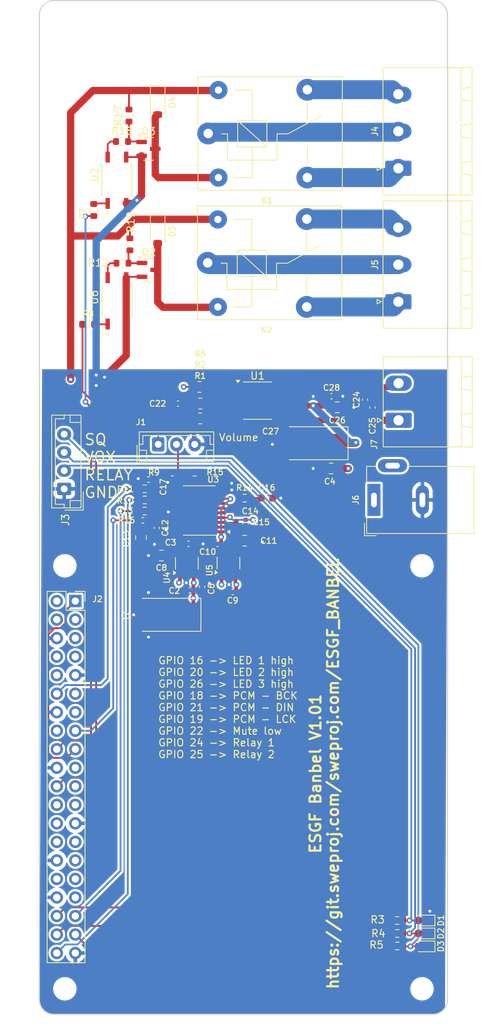
<source format=kicad_pcb>
(kicad_pcb
	(version 20240108)
	(generator "pcbnew")
	(generator_version "8.0")
	(general
		(thickness 1.6)
		(legacy_teardrops no)
	)
	(paper "A4")
	(title_block
		(title "ESGF_BANBEL")
		(date "2024-11-16")
		(rev "1.01")
		(company "SweProj.com")
	)
	(layers
		(0 "F.Cu" signal)
		(1 "In1.Cu" signal)
		(2 "In2.Cu" signal)
		(31 "B.Cu" signal)
		(32 "B.Adhes" user "B.Adhesive")
		(33 "F.Adhes" user "F.Adhesive")
		(34 "B.Paste" user)
		(35 "F.Paste" user)
		(36 "B.SilkS" user "B.Silkscreen")
		(37 "F.SilkS" user "F.Silkscreen")
		(38 "B.Mask" user)
		(39 "F.Mask" user)
		(40 "Dwgs.User" user "User.Drawings")
		(41 "Cmts.User" user "User.Comments")
		(42 "Eco1.User" user "User.Eco1")
		(43 "Eco2.User" user "User.Eco2")
		(44 "Edge.Cuts" user)
		(45 "Margin" user)
		(46 "B.CrtYd" user "B.Courtyard")
		(47 "F.CrtYd" user "F.Courtyard")
		(48 "B.Fab" user)
		(49 "F.Fab" user)
	)
	(setup
		(stackup
			(layer "F.SilkS"
				(type "Top Silk Screen")
			)
			(layer "F.Paste"
				(type "Top Solder Paste")
			)
			(layer "F.Mask"
				(type "Top Solder Mask")
				(thickness 0.01)
			)
			(layer "F.Cu"
				(type "copper")
				(thickness 0.035)
			)
			(layer "dielectric 1"
				(type "prepreg")
				(thickness 0.1)
				(material "FR4")
				(epsilon_r 4.5)
				(loss_tangent 0.02)
			)
			(layer "In1.Cu"
				(type "copper")
				(thickness 0.035)
			)
			(layer "dielectric 2"
				(type "core")
				(thickness 1.24)
				(material "FR4")
				(epsilon_r 4.5)
				(loss_tangent 0.02)
			)
			(layer "In2.Cu"
				(type "copper")
				(thickness 0.035)
			)
			(layer "dielectric 3"
				(type "prepreg")
				(thickness 0.1)
				(material "FR4")
				(epsilon_r 4.5)
				(loss_tangent 0.02)
			)
			(layer "B.Cu"
				(type "copper")
				(thickness 0.035)
			)
			(layer "B.Mask"
				(type "Bottom Solder Mask")
				(thickness 0.01)
			)
			(layer "B.Paste"
				(type "Bottom Solder Paste")
			)
			(layer "B.SilkS"
				(type "Bottom Silk Screen")
			)
			(copper_finish "None")
			(dielectric_constraints no)
		)
		(pad_to_mask_clearance 0.051)
		(solder_mask_min_width 0.25)
		(allow_soldermask_bridges_in_footprints no)
		(pcbplotparams
			(layerselection 0x00010fc_ffffffff)
			(plot_on_all_layers_selection 0x0000000_00000000)
			(disableapertmacros no)
			(usegerberextensions no)
			(usegerberattributes no)
			(usegerberadvancedattributes no)
			(creategerberjobfile no)
			(dashed_line_dash_ratio 12.000000)
			(dashed_line_gap_ratio 3.000000)
			(svgprecision 4)
			(plotframeref no)
			(viasonmask no)
			(mode 1)
			(useauxorigin no)
			(hpglpennumber 1)
			(hpglpenspeed 20)
			(hpglpendiameter 15.000000)
			(pdf_front_fp_property_popups yes)
			(pdf_back_fp_property_popups yes)
			(dxfpolygonmode yes)
			(dxfimperialunits yes)
			(dxfusepcbnewfont yes)
			(psnegative no)
			(psa4output no)
			(plotreference yes)
			(plotvalue yes)
			(plotfptext yes)
			(plotinvisibletext no)
			(sketchpadsonfab no)
			(subtractmaskfromsilk no)
			(outputformat 1)
			(mirror no)
			(drillshape 0)
			(scaleselection 1)
			(outputdirectory "RPII2S-gerber")
		)
	)
	(net 0 "")
	(net 1 "GND")
	(net 2 "GPIO25")
	(net 3 "GPIO8")
	(net 4 "Net-(D1-A)")
	(net 5 "GPIO18")
	(net 6 "GPIO21")
	(net 7 "GPIO19")
	(net 8 "Net-(D2-A)")
	(net 9 "GPIO22")
	(net 10 "Net-(D3-A)")
	(net 11 "+3.3VA")
	(net 12 "GPIO16")
	(net 13 "GPIO26")
	(net 14 "GPIO20")
	(net 15 "+3V3")
	(net 16 "+5V")
	(net 17 "unconnected-(J2-Pin_3-Pad3)")
	(net 18 "unconnected-(J2-Pin_8-Pad8)")
	(net 19 "unconnected-(J2-Pin_29-Pad29)")
	(net 20 "GPIO6")
	(net 21 "GPIO13")
	(net 22 "GPIO17")
	(net 23 "GPIO27")
	(net 24 "GPIO23")
	(net 25 "GPIO24")
	(net 26 "GPIO10")
	(net 27 "GPIO09")
	(net 28 "GPIO11")
	(net 29 "GPIO7")
	(net 30 "unconnected-(J2-Pin_27-Pad27)")
	(net 31 "unconnected-(J2-Pin_5-Pad5)")
	(net 32 "unconnected-(J2-Pin_7-Pad7)")
	(net 33 "unconnected-(J2-Pin_10-Pad10)")
	(net 34 "unconnected-(J2-Pin_28-Pad28)")
	(net 35 "unconnected-(J2-Pin_32-Pad32)")
	(net 36 "Net-(U3-LDOO)")
	(net 37 "Net-(U3-CPGND)")
	(net 38 "Net-(U3-VNEG)")
	(net 39 "Net-(U3-CAPM)")
	(net 40 "Net-(U3-CAPP)")
	(net 41 "Net-(C16-Pad1)")
	(net 42 "Net-(U3-DIN)")
	(net 43 "Net-(U3-BCK)")
	(net 44 "Net-(U3-SCK)")
	(net 45 "Net-(U3-LRCK)")
	(net 46 "Net-(U3-OUTR)")
	(net 47 "Net-(U3-OUTL)")
	(net 48 "unconnected-(U4-NC-Pad4)")
	(net 49 "unconnected-(U5-NC-Pad4)")
	(net 50 "Net-(U3-XSMT)")
	(net 51 "Net-(J1-Pin_2)")
	(net 52 "Net-(C22-Pad2)")
	(net 53 "Net-(J1-Pin_1)")
	(net 54 "Net-(U1-IN-)")
	(net 55 "Net-(U1-IN+)")
	(net 56 "Net-(U1-~{SD})")
	(net 57 "unconnected-(U1-NC-Pad2)")
	(net 58 "Net-(D4-A)")
	(net 59 "Net-(D5-A)")
	(net 60 "Net-(R7-Pad2)")
	(net 61 "Net-(R8-Pad2)")
	(net 62 "Net-(J4-Pin_3)")
	(net 63 "Net-(J4-Pin_1)")
	(net 64 "Net-(J4-Pin_2)")
	(net 65 "Net-(J5-Pin_3)")
	(net 66 "Net-(J5-Pin_2)")
	(net 67 "Net-(J5-Pin_1)")
	(net 68 "Net-(J7-Pin_2)")
	(net 69 "Net-(J7-Pin_1)")
	(net 70 "+3V3P")
	(net 71 "unconnected-(J6-Pad3)")
	(net 72 "Net-(R12-Pad1)")
	(net 73 "Net-(R18-Pad1)")
	(net 74 "Net-(Q2-B)")
	(net 75 "Net-(Q3-B)")
	(footprint "Capacitor_SMD:C_0805_2012Metric" (layer "F.Cu") (at 103.2995 83.058 180))
	(footprint "MountingHole:MountingHole_2.7mm_M2.5" (layer "F.Cu") (at 66.768 96.4042))
	(footprint "MountingHole:MountingHole_2.7mm_M2.5" (layer "F.Cu") (at 115.768 154.4042))
	(footprint "MountingHole:MountingHole_2.7mm_M2.5" (layer "F.Cu") (at 115.768 96.4042))
	(footprint "Connector_PinSocket_2.54mm:PinSocket_2x20_P2.54mm_Vertical" (layer "F.Cu") (at 68.203 101.2392))
	(footprint "MountingHole:MountingHole_2.7mm_M2.5" (layer "F.Cu") (at 66.768 154.4042))
	(footprint "Capacitor_SMD:C_0402_1005Metric" (layer "F.Cu") (at 85.598 99.291 90))
	(footprint "LED_SMD:LED_0603_1608Metric" (layer "F.Cu") (at 116.0525 146.812 180))
	(footprint "Resistor_SMD:R_0603_1608Metric" (layer "F.Cu") (at 112.3696 145.034 180))
	(footprint "Resistor_SMD:R_0603_1608Metric" (layer "F.Cu") (at 112.3696 146.812 180))
	(footprint "Resistor_SMD:R_0603_1608Metric" (layer "F.Cu") (at 112.3696 148.5392 180))
	(footprint "Capacitor_Tantalum_SMD:CP_EIA-7343-40_Kemet-Y" (layer "F.Cu") (at 81.026 103.124 180))
	(footprint "LED_SMD:LED_0603_1608Metric" (layer "F.Cu") (at 116.0525 145.034 180))
	(footprint "LED_SMD:LED_0603_1608Metric" (layer "F.Cu") (at 116.0525 148.59 180))
	(footprint "Diode_SMD:D_SOD-123" (layer "F.Cu") (at 79.502 32.894 -90))
	(footprint "Resistor_SMD:R_0603_1608Metric" (layer "F.Cu") (at 69.9638 63.2968))
	(footprint "Resistor_SMD:R_0603_1608Metric" (layer "F.Cu") (at 77.724 88.9))
	(footprint "Capacitor_SMD:C_0402_1005Metric" (layer "F.Cu") (at 87.729 93.3958 180))
	(footprint "Resistor_SMD:R_0603_1608Metric" (layer "F.Cu") (at 84.582 83.566 180))
	(footprint "Capacitor_SMD:C_0402_1005Metric" (layer "F.Cu") (at 83.721 93.3958))
	(footprint "Resistor_SMD:R_0603_1608Metric" (layer "F.Cu") (at 75.565 34.671 90))
	(footprint "Resistor_SMD:R_0805_2012Metric" (layer "F.Cu") (at 85.344 74.168))
	(footprint "Package_TO_SOT_SMD:SOT-23-5" (layer "F.Cu") (at 89.215 96.012 90))
	(footprint "Connector_JST:JST_EH_B4B-EH-A_1x04_P2.50mm_Vertical" (layer "F.Cu") (at 66.675 85.859 90))
	(footprint "Connector_JST:JST_EH_B3B-EH-A_1x03_P2.50mm_Vertical" (layer "F.Cu") (at 79.582 79.756))
	(footprint "Resistor_SMD:R_0603_1608Metric" (layer "F.Cu") (at 91.44 87.122))
	(footprint "Capacitor_SMD:C_0603_1608Metric" (layer "F.Cu") (at 94.488 87.122))
	(footprint "Package_SO:TSSOP-20_4.4x6.5mm_P0.65mm" (layer "F.Cu") (at 85.217 88.8238 180))
	(footprint "Capacitor_SMD:C_0402_1005Metric" (layer "F.Cu") (at 107.95 73.632 90))
	(footprint "Capacitor_SMD:C_0402_1005Metric" (layer "F.Cu") (at 83.919 99.7458 180))
	(footprint "Capacitor_Tantalum_SMD:CP_EIA-7343-40_Kemet-Y" (layer "F.Cu") (at 101.217 79.602 180))
	(footprint "Resistor_SMD:R_0805_2012Metric" (layer "F.Cu") (at 85.2405 71.882))
	(footprint "Package_TO_SOT_SMD:SOT-23-5" (layer "F.Cu") (at 83.505 96.0683 90))
	(footprint "Resistor_SMD:R_0402_1005Metric" (layer "F.Cu") (at 77.47 90.17 180))
	(footprint "Resistor_SMD:R_0603_1608Metric" (layer "F.Cu") (at 77.722 87.376))
	(footprint "MountingHole:MountingHole_2.7mm_M2.5" (layer "F.Cu") (at 115.768 22.4042))
	(footprint "Package_SO:SOP-8_3.9x4.9mm_P1.27mm" (layer "F.Cu") (at 93.218 73.7616))
	(footprint "ESGF:OPTO_EL357N-G" (layer "F.Cu") (at 73.914 60.0784 90))
	(footprint "Connector_Phoenix_MSTB:PhoenixContact_MSTBA_2,5_3-G-5,08_1x03_P5.08mm_Horizontal"
		(layer "F.Cu")
		(uuid "73094ac1-d1b7-4559-84e7-c4888f759e37")
		(at 112.522 60.198 90)
		(descr "Generic Phoenix Contact connector footprint for: MSTBA_2,5/3-G-5,08; number of pins: 03; pin pitch: 5.08mm; Angled || order number: 1757255 12A || order number: 1923872 16A (HC)")
		(tags "phoenix_contact connector MSTBA_01x03_G_5.08mm")
		(property "Reference" "J5"
			(at 5.08 -3.2 90)
			(layer "F.SilkS")
			(uuid "eb457708-ce1e-4340-944f-a8d10974dbfe")
			(effects
				(font
					(size 0.8 0.8)
					(thickness 0.15)
				)
			)
		)
		(property "Value" "Conn_01x03"
			(at 5.08 11.2 90)
			(layer "F.Fab")
			(uuid "e525c25c-5ac7-4d42-aceb-661fa15696b7")
			(effects
				(font
					(size 1 1)
					(thickness 0.15)
				)
			)
		)
		(property "Footprint" "Connector_Phoenix_MSTB:PhoenixContact_MSTBA_2,5_3-G-5,08_1x03_P5.08mm_Horizontal"
			(at 0 0 90)
			(unlocked yes)
			(layer "F.Fab")
			(hide yes)
			(uuid "7ead2151-5bf5-4973-b4c4-af9d98c56347")
			(effects
				(font
					(size 1.27 1.27)
					(thickness 0.15)
				)
			)
		)
		(property "Datasheet" ""
			(at 0 0 90)
			(unlocked yes)
			(layer "F.Fab")
			(hide yes)
			(uuid "ff705aa6-0d57-41b5-87c7-87c24a2b7ec6")
			(effects
				(font
					(size 1.27 1.27)
					(thickness 0.15)
				)
			)
		)
		(property "Description" "Generic connector, single row, 01x03, script generated (kicad-library-utils/schlib/autogen/connector/)"
			(at 0 0 90)
			(unlocked yes)
			(layer "F.Fab")
			(hide yes)
			(uuid "962905bd-bb34-44f8-b3c2-534b66e3f46f")
			(effects
				(font
					(size 1.27 1.27)
					(thickness 0.15)
				)
			)
		)
		(property "LCSC" "C5183941"
			(at 0 0 90)
			(unlocked yes)
			(layer "F.Fab")
			(hide yes)
			(uuid "9c1054c9-561d-49bd-a558-c1557b9aefaa")
			(effects
				(font
					(size 1 1)
					(thickness 0.15)
				)
			)
		)
		(property ki_fp_filters "Connector*:*_1x??_*")
		(path "/3a99f0d1-22da-416a-866e-c18ee8752550")
		(sheetname "Root")
		(sheetfile "BANBEL.kicad_sch")
		(attr through_hole)
		(fp_line
			(start 0.3 -2.91)
			(end 0 -2.31)
			(stroke
				(width 0.12)
				(type solid)
			)
			(layer "F.SilkS")
			(uuid "c9d51a5c-7372-4a5d-83f3-549be4a0a86f")
		)
		(fp_line
			(start -0.3 -2.91)
			
... [587180 chars truncated]
</source>
